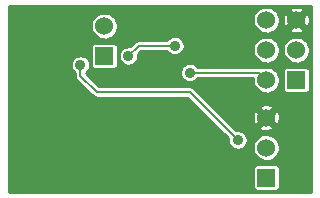
<source format=gbl>
G04 (created by PCBNEW-RS274X (2012-apr-16-27)-stable) date Sun 09 Nov 2014 09:22:59 PM UTC*
G01*
G70*
G90*
%MOIN*%
G04 Gerber Fmt 3.4, Leading zero omitted, Abs format*
%FSLAX34Y34*%
G04 APERTURE LIST*
%ADD10C,0.006000*%
%ADD11C,0.060000*%
%ADD12R,0.060000X0.060000*%
%ADD13C,0.035000*%
%ADD14C,0.008000*%
%ADD15C,0.012000*%
%ADD16C,0.010000*%
G04 APERTURE END LIST*
G54D10*
G54D11*
X31950Y-25700D03*
X32950Y-25700D03*
X31950Y-26700D03*
X32950Y-26700D03*
X31950Y-27700D03*
G54D12*
X32950Y-27700D03*
X31950Y-30950D03*
G54D11*
X31950Y-29950D03*
X31950Y-28950D03*
G54D12*
X26550Y-26900D03*
G54D11*
X26550Y-25900D03*
G54D13*
X27350Y-26900D03*
X28900Y-26550D03*
X31000Y-29700D03*
X25750Y-27200D03*
X29400Y-27450D03*
X25300Y-27050D03*
X30400Y-31000D03*
X24800Y-31200D03*
X28150Y-27450D03*
G54D14*
X27700Y-26550D02*
X28900Y-26550D01*
X27350Y-26900D02*
X27700Y-26550D01*
X31000Y-29700D02*
X29400Y-28100D01*
X29400Y-28100D02*
X26400Y-28100D01*
X26400Y-28100D02*
X26300Y-28100D01*
X26300Y-28100D02*
X25750Y-27550D01*
X25750Y-27550D02*
X25750Y-27200D01*
X29400Y-27450D02*
X31550Y-27450D01*
X31550Y-27450D02*
X31700Y-27450D01*
X31700Y-27450D02*
X31950Y-27700D01*
G54D15*
X25400Y-27150D02*
X25300Y-27050D01*
X25400Y-28400D02*
X25400Y-27150D01*
G54D10*
G36*
X33425Y-31425D02*
X33400Y-31425D01*
X33400Y-26656D01*
X33398Y-26645D01*
X33398Y-25738D01*
X33397Y-25651D01*
X33379Y-25564D01*
X33350Y-25494D01*
X33287Y-25460D01*
X33190Y-25556D01*
X33190Y-25363D01*
X33156Y-25300D01*
X33074Y-25267D01*
X32988Y-25252D01*
X32901Y-25253D01*
X32814Y-25271D01*
X32744Y-25300D01*
X32710Y-25363D01*
X32950Y-25604D01*
X33190Y-25363D01*
X33190Y-25556D01*
X33046Y-25700D01*
X33287Y-25940D01*
X33350Y-25906D01*
X33383Y-25824D01*
X33398Y-25738D01*
X33398Y-26645D01*
X33383Y-26569D01*
X33349Y-26488D01*
X33300Y-26414D01*
X33238Y-26352D01*
X33190Y-26319D01*
X33190Y-26037D01*
X32950Y-25796D01*
X32854Y-25892D01*
X32854Y-25700D01*
X32613Y-25460D01*
X32550Y-25494D01*
X32517Y-25576D01*
X32502Y-25662D01*
X32503Y-25749D01*
X32521Y-25836D01*
X32550Y-25906D01*
X32613Y-25940D01*
X32854Y-25700D01*
X32854Y-25892D01*
X32710Y-26037D01*
X32744Y-26100D01*
X32826Y-26133D01*
X32912Y-26148D01*
X32999Y-26147D01*
X33086Y-26129D01*
X33156Y-26100D01*
X33190Y-26037D01*
X33190Y-26319D01*
X33165Y-26302D01*
X33084Y-26268D01*
X32997Y-26250D01*
X32909Y-26250D01*
X32822Y-26266D01*
X32741Y-26299D01*
X32667Y-26348D01*
X32604Y-26409D01*
X32554Y-26482D01*
X32519Y-26563D01*
X32501Y-26649D01*
X32499Y-26738D01*
X32515Y-26825D01*
X32548Y-26907D01*
X32596Y-26981D01*
X32657Y-27044D01*
X32729Y-27095D01*
X32810Y-27130D01*
X32896Y-27149D01*
X32985Y-27151D01*
X33071Y-27136D01*
X33154Y-27104D01*
X33228Y-27056D01*
X33292Y-26996D01*
X33343Y-26923D01*
X33379Y-26843D01*
X33399Y-26757D01*
X33400Y-26656D01*
X33400Y-31425D01*
X33399Y-31425D01*
X33399Y-28015D01*
X33399Y-27986D01*
X33399Y-27385D01*
X33393Y-27356D01*
X33382Y-27329D01*
X33366Y-27305D01*
X33345Y-27284D01*
X33321Y-27268D01*
X33294Y-27257D01*
X33265Y-27251D01*
X33236Y-27251D01*
X32635Y-27251D01*
X32606Y-27257D01*
X32579Y-27268D01*
X32555Y-27284D01*
X32534Y-27305D01*
X32518Y-27329D01*
X32507Y-27356D01*
X32501Y-27385D01*
X32501Y-27414D01*
X32501Y-28015D01*
X32507Y-28044D01*
X32518Y-28071D01*
X32534Y-28095D01*
X32555Y-28116D01*
X32579Y-28132D01*
X32606Y-28143D01*
X32635Y-28149D01*
X32664Y-28149D01*
X33265Y-28149D01*
X33294Y-28143D01*
X33321Y-28132D01*
X33345Y-28116D01*
X33366Y-28095D01*
X33382Y-28071D01*
X33393Y-28044D01*
X33399Y-28015D01*
X33399Y-31425D01*
X32400Y-31425D01*
X32400Y-29906D01*
X32400Y-27656D01*
X32400Y-26656D01*
X32400Y-25656D01*
X32383Y-25569D01*
X32349Y-25488D01*
X32300Y-25414D01*
X32238Y-25352D01*
X32165Y-25302D01*
X32084Y-25268D01*
X31997Y-25250D01*
X31909Y-25250D01*
X31822Y-25266D01*
X31741Y-25299D01*
X31667Y-25348D01*
X31604Y-25409D01*
X31554Y-25482D01*
X31519Y-25563D01*
X31501Y-25649D01*
X31499Y-25738D01*
X31515Y-25825D01*
X31548Y-25907D01*
X31596Y-25981D01*
X31657Y-26044D01*
X31729Y-26095D01*
X31810Y-26130D01*
X31896Y-26149D01*
X31985Y-26151D01*
X32071Y-26136D01*
X32154Y-26104D01*
X32228Y-26056D01*
X32292Y-25996D01*
X32343Y-25923D01*
X32379Y-25843D01*
X32399Y-25757D01*
X32400Y-25656D01*
X32400Y-26656D01*
X32383Y-26569D01*
X32349Y-26488D01*
X32300Y-26414D01*
X32238Y-26352D01*
X32165Y-26302D01*
X32084Y-26268D01*
X31997Y-26250D01*
X31909Y-26250D01*
X31822Y-26266D01*
X31741Y-26299D01*
X31667Y-26348D01*
X31604Y-26409D01*
X31554Y-26482D01*
X31519Y-26563D01*
X31501Y-26649D01*
X31499Y-26738D01*
X31515Y-26825D01*
X31548Y-26907D01*
X31596Y-26981D01*
X31657Y-27044D01*
X31729Y-27095D01*
X31810Y-27130D01*
X31896Y-27149D01*
X31985Y-27151D01*
X32071Y-27136D01*
X32154Y-27104D01*
X32228Y-27056D01*
X32292Y-26996D01*
X32343Y-26923D01*
X32379Y-26843D01*
X32399Y-26757D01*
X32400Y-26656D01*
X32400Y-27656D01*
X32383Y-27569D01*
X32349Y-27488D01*
X32300Y-27414D01*
X32238Y-27352D01*
X32165Y-27302D01*
X32084Y-27268D01*
X31997Y-27250D01*
X31909Y-27250D01*
X31822Y-27266D01*
X31785Y-27280D01*
X31775Y-27275D01*
X31740Y-27264D01*
X31703Y-27260D01*
X31701Y-27260D01*
X31700Y-27260D01*
X31553Y-27260D01*
X31550Y-27260D01*
X29662Y-27260D01*
X29652Y-27244D01*
X29607Y-27199D01*
X29555Y-27163D01*
X29496Y-27139D01*
X29434Y-27126D01*
X29370Y-27126D01*
X29308Y-27138D01*
X29249Y-27162D01*
X29224Y-27178D01*
X29224Y-26518D01*
X29212Y-26456D01*
X29187Y-26397D01*
X29152Y-26344D01*
X29107Y-26299D01*
X29055Y-26263D01*
X28996Y-26239D01*
X28934Y-26226D01*
X28870Y-26226D01*
X28808Y-26238D01*
X28749Y-26262D01*
X28696Y-26296D01*
X28650Y-26341D01*
X28637Y-26360D01*
X27701Y-26360D01*
X27700Y-26360D01*
X27663Y-26364D01*
X27628Y-26374D01*
X27611Y-26383D01*
X27596Y-26391D01*
X27567Y-26414D01*
X27566Y-26415D01*
X27565Y-26416D01*
X27401Y-26579D01*
X27384Y-26576D01*
X27320Y-26576D01*
X27258Y-26588D01*
X27199Y-26612D01*
X27146Y-26646D01*
X27100Y-26691D01*
X27065Y-26743D01*
X27040Y-26802D01*
X27026Y-26864D01*
X27026Y-26927D01*
X27037Y-26990D01*
X27061Y-27049D01*
X27095Y-27102D01*
X27139Y-27148D01*
X27191Y-27184D01*
X27250Y-27210D01*
X27312Y-27223D01*
X27375Y-27225D01*
X27438Y-27214D01*
X27497Y-27191D01*
X27551Y-27156D01*
X27597Y-27113D01*
X27633Y-27061D01*
X27659Y-27003D01*
X27673Y-26941D01*
X27674Y-26868D01*
X27670Y-26848D01*
X27778Y-26740D01*
X28637Y-26740D01*
X28645Y-26752D01*
X28689Y-26798D01*
X28741Y-26834D01*
X28800Y-26860D01*
X28862Y-26873D01*
X28925Y-26875D01*
X28988Y-26864D01*
X29047Y-26841D01*
X29101Y-26806D01*
X29147Y-26763D01*
X29183Y-26711D01*
X29209Y-26653D01*
X29223Y-26591D01*
X29224Y-26518D01*
X29224Y-27178D01*
X29196Y-27196D01*
X29150Y-27241D01*
X29115Y-27293D01*
X29090Y-27352D01*
X29076Y-27414D01*
X29076Y-27477D01*
X29087Y-27540D01*
X29111Y-27599D01*
X29145Y-27652D01*
X29189Y-27698D01*
X29241Y-27734D01*
X29300Y-27760D01*
X29362Y-27773D01*
X29425Y-27775D01*
X29488Y-27764D01*
X29547Y-27741D01*
X29601Y-27706D01*
X29647Y-27663D01*
X29662Y-27640D01*
X31502Y-27640D01*
X31501Y-27649D01*
X31499Y-27738D01*
X31515Y-27825D01*
X31548Y-27907D01*
X31596Y-27981D01*
X31657Y-28044D01*
X31729Y-28095D01*
X31810Y-28130D01*
X31896Y-28149D01*
X31985Y-28151D01*
X32071Y-28136D01*
X32154Y-28104D01*
X32228Y-28056D01*
X32292Y-27996D01*
X32343Y-27923D01*
X32379Y-27843D01*
X32399Y-27757D01*
X32400Y-27656D01*
X32400Y-29906D01*
X32398Y-29895D01*
X32398Y-28988D01*
X32397Y-28901D01*
X32379Y-28814D01*
X32350Y-28744D01*
X32287Y-28710D01*
X32190Y-28806D01*
X32190Y-28613D01*
X32156Y-28550D01*
X32074Y-28517D01*
X31988Y-28502D01*
X31901Y-28503D01*
X31814Y-28521D01*
X31744Y-28550D01*
X31710Y-28613D01*
X31950Y-28854D01*
X32190Y-28613D01*
X32190Y-28806D01*
X32046Y-28950D01*
X32287Y-29190D01*
X32350Y-29156D01*
X32383Y-29074D01*
X32398Y-28988D01*
X32398Y-29895D01*
X32383Y-29819D01*
X32349Y-29738D01*
X32300Y-29664D01*
X32238Y-29602D01*
X32190Y-29569D01*
X32190Y-29287D01*
X31950Y-29046D01*
X31854Y-29142D01*
X31854Y-28950D01*
X31613Y-28710D01*
X31550Y-28744D01*
X31517Y-28826D01*
X31502Y-28912D01*
X31503Y-28999D01*
X31521Y-29086D01*
X31550Y-29156D01*
X31613Y-29190D01*
X31854Y-28950D01*
X31854Y-29142D01*
X31710Y-29287D01*
X31744Y-29350D01*
X31826Y-29383D01*
X31912Y-29398D01*
X31999Y-29397D01*
X32086Y-29379D01*
X32156Y-29350D01*
X32190Y-29287D01*
X32190Y-29569D01*
X32165Y-29552D01*
X32084Y-29518D01*
X31997Y-29500D01*
X31909Y-29500D01*
X31822Y-29516D01*
X31741Y-29549D01*
X31667Y-29598D01*
X31604Y-29659D01*
X31554Y-29732D01*
X31519Y-29813D01*
X31501Y-29899D01*
X31499Y-29988D01*
X31515Y-30075D01*
X31548Y-30157D01*
X31596Y-30231D01*
X31657Y-30294D01*
X31729Y-30345D01*
X31810Y-30380D01*
X31896Y-30399D01*
X31985Y-30401D01*
X32071Y-30386D01*
X32154Y-30354D01*
X32228Y-30306D01*
X32292Y-30246D01*
X32343Y-30173D01*
X32379Y-30093D01*
X32399Y-30007D01*
X32400Y-29906D01*
X32400Y-31425D01*
X32399Y-31425D01*
X32399Y-31265D01*
X32399Y-31236D01*
X32399Y-30635D01*
X32393Y-30606D01*
X32382Y-30579D01*
X32366Y-30555D01*
X32345Y-30534D01*
X32321Y-30518D01*
X32294Y-30507D01*
X32265Y-30501D01*
X32236Y-30501D01*
X31635Y-30501D01*
X31606Y-30507D01*
X31579Y-30518D01*
X31555Y-30534D01*
X31534Y-30555D01*
X31518Y-30579D01*
X31507Y-30606D01*
X31501Y-30635D01*
X31501Y-30664D01*
X31501Y-31265D01*
X31507Y-31294D01*
X31518Y-31321D01*
X31534Y-31345D01*
X31555Y-31366D01*
X31579Y-31382D01*
X31606Y-31393D01*
X31635Y-31399D01*
X31664Y-31399D01*
X32265Y-31399D01*
X32294Y-31393D01*
X32321Y-31382D01*
X32345Y-31366D01*
X32366Y-31345D01*
X32382Y-31321D01*
X32393Y-31294D01*
X32399Y-31265D01*
X32399Y-31425D01*
X31324Y-31425D01*
X31324Y-29668D01*
X31312Y-29606D01*
X31287Y-29547D01*
X31252Y-29494D01*
X31207Y-29449D01*
X31155Y-29413D01*
X31096Y-29389D01*
X31034Y-29376D01*
X30970Y-29376D01*
X30948Y-29380D01*
X29539Y-27971D01*
X29536Y-27967D01*
X29534Y-27966D01*
X29507Y-27943D01*
X29505Y-27942D01*
X29475Y-27925D01*
X29440Y-27914D01*
X29403Y-27910D01*
X29401Y-27910D01*
X29400Y-27910D01*
X27000Y-27910D01*
X27000Y-25856D01*
X26983Y-25769D01*
X26949Y-25688D01*
X26900Y-25614D01*
X26838Y-25552D01*
X26765Y-25502D01*
X26684Y-25468D01*
X26597Y-25450D01*
X26509Y-25450D01*
X26422Y-25466D01*
X26341Y-25499D01*
X26267Y-25548D01*
X26204Y-25609D01*
X26154Y-25682D01*
X26119Y-25763D01*
X26101Y-25849D01*
X26099Y-25938D01*
X26115Y-26025D01*
X26148Y-26107D01*
X26196Y-26181D01*
X26257Y-26244D01*
X26329Y-26295D01*
X26410Y-26330D01*
X26496Y-26349D01*
X26585Y-26351D01*
X26671Y-26336D01*
X26754Y-26304D01*
X26828Y-26256D01*
X26892Y-26196D01*
X26943Y-26123D01*
X26979Y-26043D01*
X26999Y-25957D01*
X27000Y-25856D01*
X27000Y-27910D01*
X26999Y-27910D01*
X26999Y-27215D01*
X26999Y-27186D01*
X26999Y-26585D01*
X26993Y-26556D01*
X26982Y-26529D01*
X26966Y-26505D01*
X26945Y-26484D01*
X26921Y-26468D01*
X26894Y-26457D01*
X26865Y-26451D01*
X26836Y-26451D01*
X26235Y-26451D01*
X26206Y-26457D01*
X26179Y-26468D01*
X26155Y-26484D01*
X26134Y-26505D01*
X26118Y-26529D01*
X26107Y-26556D01*
X26101Y-26585D01*
X26101Y-26614D01*
X26101Y-27215D01*
X26107Y-27244D01*
X26118Y-27271D01*
X26134Y-27295D01*
X26155Y-27316D01*
X26179Y-27332D01*
X26206Y-27343D01*
X26235Y-27349D01*
X26264Y-27349D01*
X26865Y-27349D01*
X26894Y-27343D01*
X26921Y-27332D01*
X26945Y-27316D01*
X26966Y-27295D01*
X26982Y-27271D01*
X26993Y-27244D01*
X26999Y-27215D01*
X26999Y-27910D01*
X26403Y-27910D01*
X26400Y-27910D01*
X26378Y-27910D01*
X25940Y-27471D01*
X25940Y-27463D01*
X25951Y-27456D01*
X25997Y-27413D01*
X26033Y-27361D01*
X26059Y-27303D01*
X26073Y-27241D01*
X26074Y-27168D01*
X26062Y-27106D01*
X26037Y-27047D01*
X26002Y-26994D01*
X25957Y-26949D01*
X25905Y-26913D01*
X25846Y-26889D01*
X25784Y-26876D01*
X25720Y-26876D01*
X25658Y-26888D01*
X25599Y-26912D01*
X25546Y-26946D01*
X25500Y-26991D01*
X25465Y-27043D01*
X25440Y-27102D01*
X25426Y-27164D01*
X25426Y-27227D01*
X25437Y-27290D01*
X25461Y-27349D01*
X25495Y-27402D01*
X25539Y-27448D01*
X25560Y-27462D01*
X25560Y-27548D01*
X25560Y-27550D01*
X25560Y-27556D01*
X25563Y-27585D01*
X25573Y-27621D01*
X25574Y-27622D01*
X25590Y-27653D01*
X25592Y-27655D01*
X25599Y-27665D01*
X25614Y-27682D01*
X25615Y-27684D01*
X25616Y-27684D01*
X25620Y-27688D01*
X26163Y-28232D01*
X26164Y-28233D01*
X26165Y-28234D01*
X26170Y-28237D01*
X26193Y-28257D01*
X26194Y-28257D01*
X26225Y-28275D01*
X26226Y-28275D01*
X26260Y-28286D01*
X26297Y-28290D01*
X26299Y-28290D01*
X26300Y-28290D01*
X26397Y-28290D01*
X26400Y-28290D01*
X29321Y-28290D01*
X30679Y-29648D01*
X30676Y-29664D01*
X30676Y-29727D01*
X30687Y-29790D01*
X30711Y-29849D01*
X30745Y-29902D01*
X30789Y-29948D01*
X30841Y-29984D01*
X30900Y-30010D01*
X30962Y-30023D01*
X31025Y-30025D01*
X31088Y-30014D01*
X31147Y-29991D01*
X31201Y-29956D01*
X31247Y-29913D01*
X31283Y-29861D01*
X31309Y-29803D01*
X31323Y-29741D01*
X31324Y-29668D01*
X31324Y-31425D01*
X23375Y-31425D01*
X23375Y-25225D01*
X33425Y-25225D01*
X33425Y-31425D01*
X33425Y-31425D01*
G37*
G54D16*
X33425Y-31425D02*
X33400Y-31425D01*
X33400Y-26656D01*
X33398Y-26645D01*
X33398Y-25738D01*
X33397Y-25651D01*
X33379Y-25564D01*
X33350Y-25494D01*
X33287Y-25460D01*
X33190Y-25556D01*
X33190Y-25363D01*
X33156Y-25300D01*
X33074Y-25267D01*
X32988Y-25252D01*
X32901Y-25253D01*
X32814Y-25271D01*
X32744Y-25300D01*
X32710Y-25363D01*
X32950Y-25604D01*
X33190Y-25363D01*
X33190Y-25556D01*
X33046Y-25700D01*
X33287Y-25940D01*
X33350Y-25906D01*
X33383Y-25824D01*
X33398Y-25738D01*
X33398Y-26645D01*
X33383Y-26569D01*
X33349Y-26488D01*
X33300Y-26414D01*
X33238Y-26352D01*
X33190Y-26319D01*
X33190Y-26037D01*
X32950Y-25796D01*
X32854Y-25892D01*
X32854Y-25700D01*
X32613Y-25460D01*
X32550Y-25494D01*
X32517Y-25576D01*
X32502Y-25662D01*
X32503Y-25749D01*
X32521Y-25836D01*
X32550Y-25906D01*
X32613Y-25940D01*
X32854Y-25700D01*
X32854Y-25892D01*
X32710Y-26037D01*
X32744Y-26100D01*
X32826Y-26133D01*
X32912Y-26148D01*
X32999Y-26147D01*
X33086Y-26129D01*
X33156Y-26100D01*
X33190Y-26037D01*
X33190Y-26319D01*
X33165Y-26302D01*
X33084Y-26268D01*
X32997Y-26250D01*
X32909Y-26250D01*
X32822Y-26266D01*
X32741Y-26299D01*
X32667Y-26348D01*
X32604Y-26409D01*
X32554Y-26482D01*
X32519Y-26563D01*
X32501Y-26649D01*
X32499Y-26738D01*
X32515Y-26825D01*
X32548Y-26907D01*
X32596Y-26981D01*
X32657Y-27044D01*
X32729Y-27095D01*
X32810Y-27130D01*
X32896Y-27149D01*
X32985Y-27151D01*
X33071Y-27136D01*
X33154Y-27104D01*
X33228Y-27056D01*
X33292Y-26996D01*
X33343Y-26923D01*
X33379Y-26843D01*
X33399Y-26757D01*
X33400Y-26656D01*
X33400Y-31425D01*
X33399Y-31425D01*
X33399Y-28015D01*
X33399Y-27986D01*
X33399Y-27385D01*
X33393Y-27356D01*
X33382Y-27329D01*
X33366Y-27305D01*
X33345Y-27284D01*
X33321Y-27268D01*
X33294Y-27257D01*
X33265Y-27251D01*
X33236Y-27251D01*
X32635Y-27251D01*
X32606Y-27257D01*
X32579Y-27268D01*
X32555Y-27284D01*
X32534Y-27305D01*
X32518Y-27329D01*
X32507Y-27356D01*
X32501Y-27385D01*
X32501Y-27414D01*
X32501Y-28015D01*
X32507Y-28044D01*
X32518Y-28071D01*
X32534Y-28095D01*
X32555Y-28116D01*
X32579Y-28132D01*
X32606Y-28143D01*
X32635Y-28149D01*
X32664Y-28149D01*
X33265Y-28149D01*
X33294Y-28143D01*
X33321Y-28132D01*
X33345Y-28116D01*
X33366Y-28095D01*
X33382Y-28071D01*
X33393Y-28044D01*
X33399Y-28015D01*
X33399Y-31425D01*
X32400Y-31425D01*
X32400Y-29906D01*
X32400Y-27656D01*
X32400Y-26656D01*
X32400Y-25656D01*
X32383Y-25569D01*
X32349Y-25488D01*
X32300Y-25414D01*
X32238Y-25352D01*
X32165Y-25302D01*
X32084Y-25268D01*
X31997Y-25250D01*
X31909Y-25250D01*
X31822Y-25266D01*
X31741Y-25299D01*
X31667Y-25348D01*
X31604Y-25409D01*
X31554Y-25482D01*
X31519Y-25563D01*
X31501Y-25649D01*
X31499Y-25738D01*
X31515Y-25825D01*
X31548Y-25907D01*
X31596Y-25981D01*
X31657Y-26044D01*
X31729Y-26095D01*
X31810Y-26130D01*
X31896Y-26149D01*
X31985Y-26151D01*
X32071Y-26136D01*
X32154Y-26104D01*
X32228Y-26056D01*
X32292Y-25996D01*
X32343Y-25923D01*
X32379Y-25843D01*
X32399Y-25757D01*
X32400Y-25656D01*
X32400Y-26656D01*
X32383Y-26569D01*
X32349Y-26488D01*
X32300Y-26414D01*
X32238Y-26352D01*
X32165Y-26302D01*
X32084Y-26268D01*
X31997Y-26250D01*
X31909Y-26250D01*
X31822Y-26266D01*
X31741Y-26299D01*
X31667Y-26348D01*
X31604Y-26409D01*
X31554Y-26482D01*
X31519Y-26563D01*
X31501Y-26649D01*
X31499Y-26738D01*
X31515Y-26825D01*
X31548Y-26907D01*
X31596Y-26981D01*
X31657Y-27044D01*
X31729Y-27095D01*
X31810Y-27130D01*
X31896Y-27149D01*
X31985Y-27151D01*
X32071Y-27136D01*
X32154Y-27104D01*
X32228Y-27056D01*
X32292Y-26996D01*
X32343Y-26923D01*
X32379Y-26843D01*
X32399Y-26757D01*
X32400Y-26656D01*
X32400Y-27656D01*
X32383Y-27569D01*
X32349Y-27488D01*
X32300Y-27414D01*
X32238Y-27352D01*
X32165Y-27302D01*
X32084Y-27268D01*
X31997Y-27250D01*
X31909Y-27250D01*
X31822Y-27266D01*
X31785Y-27280D01*
X31775Y-27275D01*
X31740Y-27264D01*
X31703Y-27260D01*
X31701Y-27260D01*
X31700Y-27260D01*
X31553Y-27260D01*
X31550Y-27260D01*
X29662Y-27260D01*
X29652Y-27244D01*
X29607Y-27199D01*
X29555Y-27163D01*
X29496Y-27139D01*
X29434Y-27126D01*
X29370Y-27126D01*
X29308Y-27138D01*
X29249Y-27162D01*
X29224Y-27178D01*
X29224Y-26518D01*
X29212Y-26456D01*
X29187Y-26397D01*
X29152Y-26344D01*
X29107Y-26299D01*
X29055Y-26263D01*
X28996Y-26239D01*
X28934Y-26226D01*
X28870Y-26226D01*
X28808Y-26238D01*
X28749Y-26262D01*
X28696Y-26296D01*
X28650Y-26341D01*
X28637Y-26360D01*
X27701Y-26360D01*
X27700Y-26360D01*
X27663Y-26364D01*
X27628Y-26374D01*
X27611Y-26383D01*
X27596Y-26391D01*
X27567Y-26414D01*
X27566Y-26415D01*
X27565Y-26416D01*
X27401Y-26579D01*
X27384Y-26576D01*
X27320Y-26576D01*
X27258Y-26588D01*
X27199Y-26612D01*
X27146Y-26646D01*
X27100Y-26691D01*
X27065Y-26743D01*
X27040Y-26802D01*
X27026Y-26864D01*
X27026Y-26927D01*
X27037Y-26990D01*
X27061Y-27049D01*
X27095Y-27102D01*
X27139Y-27148D01*
X27191Y-27184D01*
X27250Y-27210D01*
X27312Y-27223D01*
X27375Y-27225D01*
X27438Y-27214D01*
X27497Y-27191D01*
X27551Y-27156D01*
X27597Y-27113D01*
X27633Y-27061D01*
X27659Y-27003D01*
X27673Y-26941D01*
X27674Y-26868D01*
X27670Y-26848D01*
X27778Y-26740D01*
X28637Y-26740D01*
X28645Y-26752D01*
X28689Y-26798D01*
X28741Y-26834D01*
X28800Y-26860D01*
X28862Y-26873D01*
X28925Y-26875D01*
X28988Y-26864D01*
X29047Y-26841D01*
X29101Y-26806D01*
X29147Y-26763D01*
X29183Y-26711D01*
X29209Y-26653D01*
X29223Y-26591D01*
X29224Y-26518D01*
X29224Y-27178D01*
X29196Y-27196D01*
X29150Y-27241D01*
X29115Y-27293D01*
X29090Y-27352D01*
X29076Y-27414D01*
X29076Y-27477D01*
X29087Y-27540D01*
X29111Y-27599D01*
X29145Y-27652D01*
X29189Y-27698D01*
X29241Y-27734D01*
X29300Y-27760D01*
X29362Y-27773D01*
X29425Y-27775D01*
X29488Y-27764D01*
X29547Y-27741D01*
X29601Y-27706D01*
X29647Y-27663D01*
X29662Y-27640D01*
X31502Y-27640D01*
X31501Y-27649D01*
X31499Y-27738D01*
X31515Y-27825D01*
X31548Y-27907D01*
X31596Y-27981D01*
X31657Y-28044D01*
X31729Y-28095D01*
X31810Y-28130D01*
X31896Y-28149D01*
X31985Y-28151D01*
X32071Y-28136D01*
X32154Y-28104D01*
X32228Y-28056D01*
X32292Y-27996D01*
X32343Y-27923D01*
X32379Y-27843D01*
X32399Y-27757D01*
X32400Y-27656D01*
X32400Y-29906D01*
X32398Y-29895D01*
X32398Y-28988D01*
X32397Y-28901D01*
X32379Y-28814D01*
X32350Y-28744D01*
X32287Y-28710D01*
X32190Y-28806D01*
X32190Y-28613D01*
X32156Y-28550D01*
X32074Y-28517D01*
X31988Y-28502D01*
X31901Y-28503D01*
X31814Y-28521D01*
X31744Y-28550D01*
X31710Y-28613D01*
X31950Y-28854D01*
X32190Y-28613D01*
X32190Y-28806D01*
X32046Y-28950D01*
X32287Y-29190D01*
X32350Y-29156D01*
X32383Y-29074D01*
X32398Y-28988D01*
X32398Y-29895D01*
X32383Y-29819D01*
X32349Y-29738D01*
X32300Y-29664D01*
X32238Y-29602D01*
X32190Y-29569D01*
X32190Y-29287D01*
X31950Y-29046D01*
X31854Y-29142D01*
X31854Y-28950D01*
X31613Y-28710D01*
X31550Y-28744D01*
X31517Y-28826D01*
X31502Y-28912D01*
X31503Y-28999D01*
X31521Y-29086D01*
X31550Y-29156D01*
X31613Y-29190D01*
X31854Y-28950D01*
X31854Y-29142D01*
X31710Y-29287D01*
X31744Y-29350D01*
X31826Y-29383D01*
X31912Y-29398D01*
X31999Y-29397D01*
X32086Y-29379D01*
X32156Y-29350D01*
X32190Y-29287D01*
X32190Y-29569D01*
X32165Y-29552D01*
X32084Y-29518D01*
X31997Y-29500D01*
X31909Y-29500D01*
X31822Y-29516D01*
X31741Y-29549D01*
X31667Y-29598D01*
X31604Y-29659D01*
X31554Y-29732D01*
X31519Y-29813D01*
X31501Y-29899D01*
X31499Y-29988D01*
X31515Y-30075D01*
X31548Y-30157D01*
X31596Y-30231D01*
X31657Y-30294D01*
X31729Y-30345D01*
X31810Y-30380D01*
X31896Y-30399D01*
X31985Y-30401D01*
X32071Y-30386D01*
X32154Y-30354D01*
X32228Y-30306D01*
X32292Y-30246D01*
X32343Y-30173D01*
X32379Y-30093D01*
X32399Y-30007D01*
X32400Y-29906D01*
X32400Y-31425D01*
X32399Y-31425D01*
X32399Y-31265D01*
X32399Y-31236D01*
X32399Y-30635D01*
X32393Y-30606D01*
X32382Y-30579D01*
X32366Y-30555D01*
X32345Y-30534D01*
X32321Y-30518D01*
X32294Y-30507D01*
X32265Y-30501D01*
X32236Y-30501D01*
X31635Y-30501D01*
X31606Y-30507D01*
X31579Y-30518D01*
X31555Y-30534D01*
X31534Y-30555D01*
X31518Y-30579D01*
X31507Y-30606D01*
X31501Y-30635D01*
X31501Y-30664D01*
X31501Y-31265D01*
X31507Y-31294D01*
X31518Y-31321D01*
X31534Y-31345D01*
X31555Y-31366D01*
X31579Y-31382D01*
X31606Y-31393D01*
X31635Y-31399D01*
X31664Y-31399D01*
X32265Y-31399D01*
X32294Y-31393D01*
X32321Y-31382D01*
X32345Y-31366D01*
X32366Y-31345D01*
X32382Y-31321D01*
X32393Y-31294D01*
X32399Y-31265D01*
X32399Y-31425D01*
X31324Y-31425D01*
X31324Y-29668D01*
X31312Y-29606D01*
X31287Y-29547D01*
X31252Y-29494D01*
X31207Y-29449D01*
X31155Y-29413D01*
X31096Y-29389D01*
X31034Y-29376D01*
X30970Y-29376D01*
X30948Y-29380D01*
X29539Y-27971D01*
X29536Y-27967D01*
X29534Y-27966D01*
X29507Y-27943D01*
X29505Y-27942D01*
X29475Y-27925D01*
X29440Y-27914D01*
X29403Y-27910D01*
X29401Y-27910D01*
X29400Y-27910D01*
X27000Y-27910D01*
X27000Y-25856D01*
X26983Y-25769D01*
X26949Y-25688D01*
X26900Y-25614D01*
X26838Y-25552D01*
X26765Y-25502D01*
X26684Y-25468D01*
X26597Y-25450D01*
X26509Y-25450D01*
X26422Y-25466D01*
X26341Y-25499D01*
X26267Y-25548D01*
X26204Y-25609D01*
X26154Y-25682D01*
X26119Y-25763D01*
X26101Y-25849D01*
X26099Y-25938D01*
X26115Y-26025D01*
X26148Y-26107D01*
X26196Y-26181D01*
X26257Y-26244D01*
X26329Y-26295D01*
X26410Y-26330D01*
X26496Y-26349D01*
X26585Y-26351D01*
X26671Y-26336D01*
X26754Y-26304D01*
X26828Y-26256D01*
X26892Y-26196D01*
X26943Y-26123D01*
X26979Y-26043D01*
X26999Y-25957D01*
X27000Y-25856D01*
X27000Y-27910D01*
X26999Y-27910D01*
X26999Y-27215D01*
X26999Y-27186D01*
X26999Y-26585D01*
X26993Y-26556D01*
X26982Y-26529D01*
X26966Y-26505D01*
X26945Y-26484D01*
X26921Y-26468D01*
X26894Y-26457D01*
X26865Y-26451D01*
X26836Y-26451D01*
X26235Y-26451D01*
X26206Y-26457D01*
X26179Y-26468D01*
X26155Y-26484D01*
X26134Y-26505D01*
X26118Y-26529D01*
X26107Y-26556D01*
X26101Y-26585D01*
X26101Y-26614D01*
X26101Y-27215D01*
X26107Y-27244D01*
X26118Y-27271D01*
X26134Y-27295D01*
X26155Y-27316D01*
X26179Y-27332D01*
X26206Y-27343D01*
X26235Y-27349D01*
X26264Y-27349D01*
X26865Y-27349D01*
X26894Y-27343D01*
X26921Y-27332D01*
X26945Y-27316D01*
X26966Y-27295D01*
X26982Y-27271D01*
X26993Y-27244D01*
X26999Y-27215D01*
X26999Y-27910D01*
X26403Y-27910D01*
X26400Y-27910D01*
X26378Y-27910D01*
X25940Y-27471D01*
X25940Y-27463D01*
X25951Y-27456D01*
X25997Y-27413D01*
X26033Y-27361D01*
X26059Y-27303D01*
X26073Y-27241D01*
X26074Y-27168D01*
X26062Y-27106D01*
X26037Y-27047D01*
X26002Y-26994D01*
X25957Y-26949D01*
X25905Y-26913D01*
X25846Y-26889D01*
X25784Y-26876D01*
X25720Y-26876D01*
X25658Y-26888D01*
X25599Y-26912D01*
X25546Y-26946D01*
X25500Y-26991D01*
X25465Y-27043D01*
X25440Y-27102D01*
X25426Y-27164D01*
X25426Y-27227D01*
X25437Y-27290D01*
X25461Y-27349D01*
X25495Y-27402D01*
X25539Y-27448D01*
X25560Y-27462D01*
X25560Y-27548D01*
X25560Y-27550D01*
X25560Y-27556D01*
X25563Y-27585D01*
X25573Y-27621D01*
X25574Y-27622D01*
X25590Y-27653D01*
X25592Y-27655D01*
X25599Y-27665D01*
X25614Y-27682D01*
X25615Y-27684D01*
X25616Y-27684D01*
X25620Y-27688D01*
X26163Y-28232D01*
X26164Y-28233D01*
X26165Y-28234D01*
X26170Y-28237D01*
X26193Y-28257D01*
X26194Y-28257D01*
X26225Y-28275D01*
X26226Y-28275D01*
X26260Y-28286D01*
X26297Y-28290D01*
X26299Y-28290D01*
X26300Y-28290D01*
X26397Y-28290D01*
X26400Y-28290D01*
X29321Y-28290D01*
X30679Y-29648D01*
X30676Y-29664D01*
X30676Y-29727D01*
X30687Y-29790D01*
X30711Y-29849D01*
X30745Y-29902D01*
X30789Y-29948D01*
X30841Y-29984D01*
X30900Y-30010D01*
X30962Y-30023D01*
X31025Y-30025D01*
X31088Y-30014D01*
X31147Y-29991D01*
X31201Y-29956D01*
X31247Y-29913D01*
X31283Y-29861D01*
X31309Y-29803D01*
X31323Y-29741D01*
X31324Y-29668D01*
X31324Y-31425D01*
X23375Y-31425D01*
X23375Y-25225D01*
X33425Y-25225D01*
X33425Y-31425D01*
M02*

</source>
